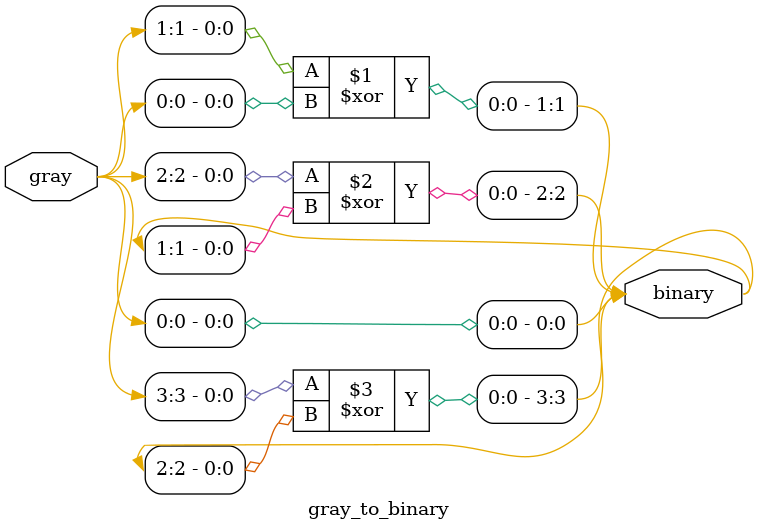
<source format=v>
`timescale 1ns / 1ps


`define N 16

module gray_to_binary (
    input  [`N-13:0] gray,   // Gray code input
    output [`N-13:0] binary  // Binary output
);
    genvar i; // Declare genvar variable for the generate block
    
    generate
        // The first binary bit is equal to the first Gray code bit
        assign binary[0] = gray[0];  // MSB of Gray code is directly assigned to binary
        
        // For all subsequent bits, the binary bit is XORed with the previous binary bit
        for (i = 1; i < `N; i = i + 1) begin 
            assign binary[i] = gray[i] ^ binary[i-1]; // XOR each Gray code bit with the previous binary bit
        end
    endgenerate
endmodule

</source>
